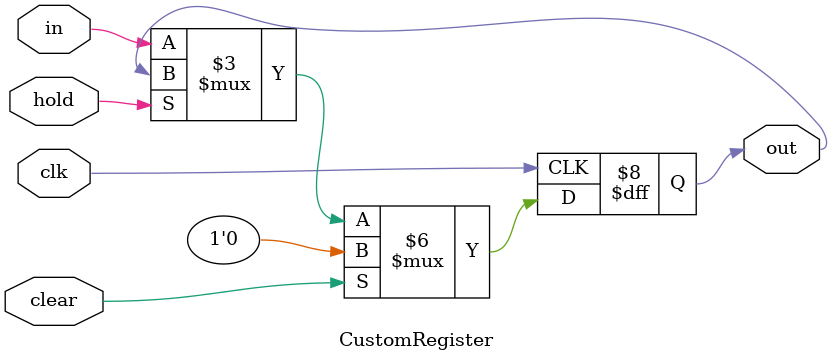
<source format=v>
module CustomRegister (
	input clk,
	input clear,
	input hold,
	input wire [N-1:0] in,
	output reg [N-1:0] out);

	parameter N = 1;

	always @(posedge clk) begin
		if (clear)
			out <= {N{1'b0}};
		else if (hold)
			out <= out;
		else
			out <= in;
	end
endmodule
</source>
